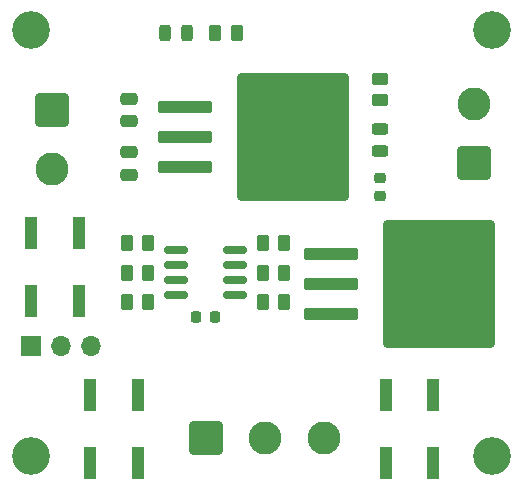
<source format=gts>
%TF.GenerationSoftware,KiCad,Pcbnew,9.0.0*%
%TF.CreationDate,2025-03-26T19:28:16+01:00*%
%TF.ProjectId,attiny_pwm,61747469-6e79-45f7-9077-6d2e6b696361,1*%
%TF.SameCoordinates,Original*%
%TF.FileFunction,Soldermask,Top*%
%TF.FilePolarity,Negative*%
%FSLAX46Y46*%
G04 Gerber Fmt 4.6, Leading zero omitted, Abs format (unit mm)*
G04 Created by KiCad (PCBNEW 9.0.0) date 2025-03-26 19:28:16*
%MOMM*%
%LPD*%
G01*
G04 APERTURE LIST*
G04 Aperture macros list*
%AMRoundRect*
0 Rectangle with rounded corners*
0 $1 Rounding radius*
0 $2 $3 $4 $5 $6 $7 $8 $9 X,Y pos of 4 corners*
0 Add a 4 corners polygon primitive as box body*
4,1,4,$2,$3,$4,$5,$6,$7,$8,$9,$2,$3,0*
0 Add four circle primitives for the rounded corners*
1,1,$1+$1,$2,$3*
1,1,$1+$1,$4,$5*
1,1,$1+$1,$6,$7*
1,1,$1+$1,$8,$9*
0 Add four rect primitives between the rounded corners*
20,1,$1+$1,$2,$3,$4,$5,0*
20,1,$1+$1,$4,$5,$6,$7,0*
20,1,$1+$1,$6,$7,$8,$9,0*
20,1,$1+$1,$8,$9,$2,$3,0*%
G04 Aperture macros list end*
%ADD10C,3.200000*%
%ADD11R,1.000000X2.750000*%
%ADD12RoundRect,0.218750X-0.256250X0.218750X-0.256250X-0.218750X0.256250X-0.218750X0.256250X0.218750X0*%
%ADD13O,1.700000X1.700000*%
%ADD14R,1.700000X1.700000*%
%ADD15RoundRect,0.250002X-4.449998X-5.149998X4.449998X-5.149998X4.449998X5.149998X-4.449998X5.149998X0*%
%ADD16RoundRect,0.250000X-2.050000X-0.300000X2.050000X-0.300000X2.050000X0.300000X-2.050000X0.300000X0*%
%ADD17RoundRect,0.250000X-0.450000X0.262500X-0.450000X-0.262500X0.450000X-0.262500X0.450000X0.262500X0*%
%ADD18C,2.800000*%
%ADD19RoundRect,0.250001X-1.149999X-1.149999X1.149999X-1.149999X1.149999X1.149999X-1.149999X1.149999X0*%
%ADD20RoundRect,0.250000X-0.262500X-0.450000X0.262500X-0.450000X0.262500X0.450000X-0.262500X0.450000X0*%
%ADD21RoundRect,0.250000X0.475000X-0.250000X0.475000X0.250000X-0.475000X0.250000X-0.475000X-0.250000X0*%
%ADD22RoundRect,0.243750X-0.243750X-0.456250X0.243750X-0.456250X0.243750X0.456250X-0.243750X0.456250X0*%
%ADD23RoundRect,0.250000X-0.475000X0.250000X-0.475000X-0.250000X0.475000X-0.250000X0.475000X0.250000X0*%
%ADD24RoundRect,0.250001X1.149999X-1.149999X1.149999X1.149999X-1.149999X1.149999X-1.149999X-1.149999X0*%
%ADD25RoundRect,0.250001X-1.149999X1.149999X-1.149999X-1.149999X1.149999X-1.149999X1.149999X1.149999X0*%
%ADD26RoundRect,0.243750X0.456250X-0.243750X0.456250X0.243750X-0.456250X0.243750X-0.456250X-0.243750X0*%
%ADD27RoundRect,0.150000X0.825000X0.150000X-0.825000X0.150000X-0.825000X-0.150000X0.825000X-0.150000X0*%
%ADD28RoundRect,0.250000X0.262500X0.450000X-0.262500X0.450000X-0.262500X-0.450000X0.262500X-0.450000X0*%
%ADD29RoundRect,0.225000X0.225000X0.250000X-0.225000X0.250000X-0.225000X-0.250000X0.225000X-0.250000X0*%
G04 APERTURE END LIST*
D10*
%TO.C,H3*%
X178673000Y-94632000D03*
%TD*%
D11*
%TO.C,SW2*%
X148673000Y-125507000D03*
X148673000Y-131257000D03*
X144673000Y-125507000D03*
X144673000Y-131257000D03*
%TD*%
D12*
%TO.C,D2*%
X169173000Y-108669500D03*
X169173000Y-107094500D03*
%TD*%
D13*
%TO.C,J2*%
X144728000Y-121382000D03*
X142188000Y-121382000D03*
D14*
X139648000Y-121382000D03*
%TD*%
D15*
%TO.C,U1*%
X161798000Y-103632000D03*
D16*
X152648000Y-106172000D03*
X152648000Y-103632000D03*
X152648000Y-101092000D03*
%TD*%
D17*
%TO.C,R8*%
X169173000Y-100544500D03*
X169173000Y-98719500D03*
%TD*%
D10*
%TO.C,H1*%
X139673000Y-94632000D03*
%TD*%
D18*
%TO.C,RV1*%
X164423000Y-129099500D03*
X159423000Y-129099500D03*
D19*
X154423000Y-129099500D03*
%TD*%
D20*
%TO.C,R6*%
X149585500Y-117632000D03*
X147760500Y-117632000D03*
%TD*%
%TO.C,R2*%
X149585500Y-115132000D03*
X147760500Y-115132000D03*
%TD*%
D11*
%TO.C,SW1*%
X143673000Y-111757000D03*
X143673000Y-117507000D03*
X139673000Y-111757000D03*
X139673000Y-117507000D03*
%TD*%
D21*
%TO.C,C2*%
X147923000Y-104932000D03*
X147923000Y-106832000D03*
%TD*%
D20*
%TO.C,R7*%
X161085500Y-117632000D03*
X159260500Y-117632000D03*
%TD*%
D10*
%TO.C,H4*%
X178673000Y-130632000D03*
%TD*%
D22*
%TO.C,D1*%
X152860500Y-94882000D03*
X150985500Y-94882000D03*
%TD*%
D23*
%TO.C,C1*%
X147923000Y-102332000D03*
X147923000Y-100432000D03*
%TD*%
D18*
%TO.C,J1*%
X177140500Y-100882000D03*
D24*
X177140500Y-105882000D03*
%TD*%
D11*
%TO.C,SW3*%
X169673000Y-131257000D03*
X169673000Y-125507000D03*
X173673000Y-131257000D03*
X173673000Y-125507000D03*
%TD*%
D16*
%TO.C,Q1*%
X165023000Y-118672000D03*
D15*
X174173000Y-116132000D03*
D16*
X165023000Y-116132000D03*
X165023000Y-113592000D03*
%TD*%
D18*
%TO.C,BT1*%
X141455500Y-106382000D03*
D25*
X141455500Y-101382000D03*
%TD*%
D26*
%TO.C,D3*%
X169173000Y-102944500D03*
X169173000Y-104819500D03*
%TD*%
D10*
%TO.C,H2*%
X139673000Y-130632000D03*
%TD*%
D27*
%TO.C,U2*%
X151948000Y-117037000D03*
X151948000Y-115767000D03*
X151948000Y-114497000D03*
X151948000Y-113227000D03*
X156898000Y-113227000D03*
X156898000Y-114497000D03*
X156898000Y-115767000D03*
X156898000Y-117037000D03*
%TD*%
D28*
%TO.C,R5*%
X147760500Y-112632000D03*
X149585500Y-112632000D03*
%TD*%
D20*
%TO.C,R1*%
X157085500Y-94882000D03*
X155260500Y-94882000D03*
%TD*%
D28*
%TO.C,R3*%
X159260500Y-115132000D03*
X161085500Y-115132000D03*
%TD*%
D20*
%TO.C,R4*%
X161085500Y-112632000D03*
X159260500Y-112632000D03*
%TD*%
D29*
%TO.C,C3*%
X153648000Y-118882000D03*
X155198000Y-118882000D03*
%TD*%
M02*

</source>
